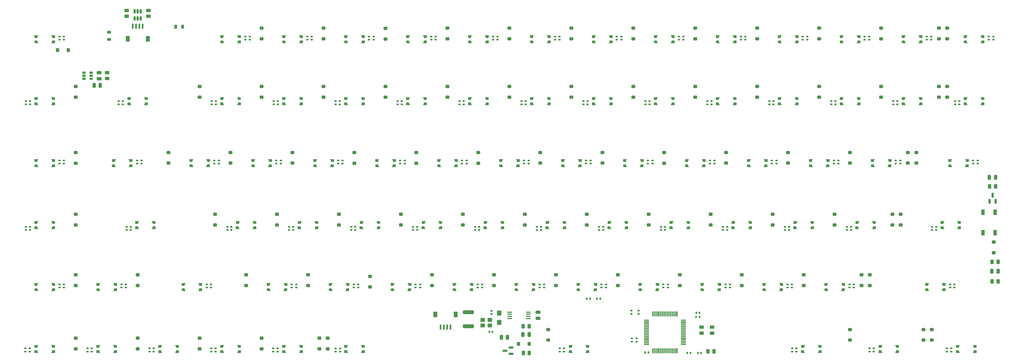
<source format=gbr>
G04 #@! TF.GenerationSoftware,KiCad,Pcbnew,(6.0.2-0)*
G04 #@! TF.CreationDate,2022-05-10T15:32:32+07:00*
G04 #@! TF.ProjectId,kb-lone,6b622d6c-6f6e-4652-9e6b-696361645f70,rev?*
G04 #@! TF.SameCoordinates,Original*
G04 #@! TF.FileFunction,Paste,Top*
G04 #@! TF.FilePolarity,Positive*
%FSLAX46Y46*%
G04 Gerber Fmt 4.6, Leading zero omitted, Abs format (unit mm)*
G04 Created by KiCad (PCBNEW (6.0.2-0)) date 2022-05-10 15:32:32*
%MOMM*%
%LPD*%
G01*
G04 APERTURE LIST*
G04 Aperture macros list*
%AMRoundRect*
0 Rectangle with rounded corners*
0 $1 Rounding radius*
0 $2 $3 $4 $5 $6 $7 $8 $9 X,Y pos of 4 corners*
0 Add a 4 corners polygon primitive as box body*
4,1,4,$2,$3,$4,$5,$6,$7,$8,$9,$2,$3,0*
0 Add four circle primitives for the rounded corners*
1,1,$1+$1,$2,$3*
1,1,$1+$1,$4,$5*
1,1,$1+$1,$6,$7*
1,1,$1+$1,$8,$9*
0 Add four rect primitives between the rounded corners*
20,1,$1+$1,$2,$3,$4,$5,0*
20,1,$1+$1,$4,$5,$6,$7,0*
20,1,$1+$1,$6,$7,$8,$9,0*
20,1,$1+$1,$8,$9,$2,$3,0*%
%AMOutline4P*
0 Free polygon, 4 corners , with rotation*
0 The origin of the aperture is its center*
0 number of corners: always 4*
0 $1 to $8 corner X, Y*
0 $9 Rotation angle, in degrees counterclockwise*
0 create outline with 4 corners*
4,1,4,$1,$2,$3,$4,$5,$6,$7,$8,$1,$2,$9*%
%AMFreePoly0*
4,1,34,0.539142,0.394142,0.545000,0.380000,0.545000,-0.380000,0.542091,-0.387023,0.539183,-0.394101,0.539154,-0.394113,0.539142,-0.394142,0.532183,-0.397025,0.525059,-0.400000,-0.345813,-0.402541,-0.359972,-0.396724,-0.365871,-0.382599,-0.363699,-0.377313,-0.368760,-0.369759,-0.367711,-0.364454,-0.414942,-0.174744,-0.481229,0.014483,-0.564791,0.196743,-0.661662,0.364831,-0.664142,0.365858,
-0.665002,0.367933,-0.666846,0.369219,-0.667839,0.374782,-0.670000,0.380000,-0.669140,0.382076,-0.669535,0.384289,-0.666303,0.388925,-0.664142,0.394142,-0.662067,0.395002,-0.660781,0.396846,-0.655218,0.397839,-0.650000,0.400000,0.525000,0.400000,0.539142,0.394142,0.539142,0.394142,$1*%
%AMFreePoly1*
4,1,32,0.525059,0.400000,0.532183,0.397025,0.539142,0.394142,0.539154,0.394113,0.539183,0.394101,0.542091,0.387023,0.545000,0.380000,0.545000,-0.380000,0.539142,-0.394142,0.525000,-0.400000,-0.650000,-0.400000,-0.664142,-0.394142,-0.670000,-0.380000,-0.664142,-0.365858,-0.650000,-0.360000,-0.639861,-0.360000,-0.627372,-0.335022,-0.633486,-0.326813,-0.631272,-0.311667,-0.627376,-0.308765,
-0.540607,-0.147827,-0.466341,0.024153,-0.407269,0.201926,-0.364878,0.379782,-0.365041,0.380580,-0.365871,0.382599,-0.365592,0.383267,-0.365853,0.384541,-0.363693,0.387815,-0.359972,0.396724,-0.345813,0.402541,0.525059,0.400000,0.525059,0.400000,$1*%
%AMFreePoly2*
4,1,41,0.319736,0.407785,0.429772,0.357533,0.521194,0.278316,0.586594,0.176551,0.620674,0.060484,0.620674,-0.060484,0.586594,-0.176551,0.521194,-0.278316,0.429772,-0.357533,0.319736,-0.407785,0.200000,-0.425000,-0.275000,-0.425000,-0.292678,-0.417678,-0.300000,-0.400000,-0.292678,-0.382322,-0.278880,-0.376607,-0.284170,-0.360736,-0.300823,-0.357521,-0.311542,-0.341671,-0.310592,-0.336750,
-0.357127,-0.150581,-0.420980,0.035288,-0.500554,0.214989,-0.592538,0.382243,-0.592678,0.382301,-0.593008,0.383097,-0.593027,0.383132,-0.597072,0.386095,-0.598748,0.396955,-0.600000,0.399978,-0.599427,0.401360,-0.599990,0.405006,-0.595222,0.411514,-0.592678,0.417657,-0.589869,0.418820,-0.588682,0.420441,-0.584339,0.421111,-0.575001,0.424979,0.199999,0.425000,0.200000,0.425000,
0.319736,0.407785,0.319736,0.407785,$1*%
%AMFreePoly3*
4,1,32,0.525059,0.400000,0.532183,0.397025,0.539142,0.394142,0.539154,0.394113,0.539183,0.394101,0.542091,0.387023,0.545000,0.380000,0.545000,-0.380000,0.539142,-0.394142,0.525000,-0.400000,-0.650000,-0.400000,-0.664142,-0.394142,-0.670000,-0.380000,-0.664142,-0.365858,-0.650000,-0.360000,-0.639861,-0.360000,-0.627370,-0.335018,-0.633484,-0.326810,-0.631270,-0.311664,-0.627374,-0.308762,
-0.540606,-0.147825,-0.466340,0.024155,-0.407269,0.201927,-0.364878,0.379782,-0.365041,0.380580,-0.365871,0.382599,-0.365592,0.383267,-0.365853,0.384541,-0.363693,0.387815,-0.359972,0.396724,-0.345813,0.402541,0.525059,0.400000,0.525059,0.400000,$1*%
%AMFreePoly4*
4,1,41,0.319736,0.407785,0.429772,0.357533,0.521194,0.278316,0.586594,0.176551,0.620674,0.060484,0.620674,-0.060484,0.586594,-0.176551,0.521194,-0.278316,0.429772,-0.357533,0.319736,-0.407785,0.200000,-0.425000,-0.275000,-0.425000,-0.292678,-0.417678,-0.300000,-0.400000,-0.292678,-0.382322,-0.278880,-0.376607,-0.284171,-0.360733,-0.300823,-0.357518,-0.311543,-0.341668,-0.310592,-0.336745,
-0.357128,-0.150579,-0.420980,0.035289,-0.500554,0.214990,-0.592538,0.382243,-0.592678,0.382301,-0.593008,0.383097,-0.593027,0.383132,-0.597072,0.386095,-0.598748,0.396955,-0.600000,0.399978,-0.599427,0.401360,-0.599990,0.405006,-0.595222,0.411514,-0.592678,0.417657,-0.589869,0.418820,-0.588682,0.420441,-0.584339,0.421111,-0.575001,0.424979,0.199999,0.425000,0.200000,0.425000,
0.319736,0.407785,0.319736,0.407785,$1*%
G04 Aperture macros list end*
%ADD10FreePoly0,180.000000*%
%ADD11FreePoly1,180.000000*%
%ADD12FreePoly2,0.000000*%
%ADD13FreePoly1,0.000000*%
%ADD14RoundRect,0.250000X0.350000X-0.250000X0.350000X0.250000X-0.350000X0.250000X-0.350000X-0.250000X0*%
%ADD15RoundRect,0.140000X-0.170000X0.140000X-0.170000X-0.140000X0.170000X-0.140000X0.170000X0.140000X0*%
%ADD16FreePoly0,0.000000*%
%ADD17FreePoly3,0.000000*%
%ADD18FreePoly4,180.000000*%
%ADD19FreePoly3,180.000000*%
%ADD20RoundRect,0.140000X0.140000X0.170000X-0.140000X0.170000X-0.140000X-0.170000X0.140000X-0.170000X0*%
%ADD21RoundRect,0.140000X0.170000X-0.140000X0.170000X0.140000X-0.170000X0.140000X-0.170000X-0.140000X0*%
%ADD22FreePoly4,0.000000*%
%ADD23RoundRect,0.200000X-0.537500X0.000000X0.537500X0.000000X0.537500X0.000000X-0.537500X0.000000X0*%
%ADD24R,1.475000X0.400000*%
%ADD25R,0.600000X1.550000*%
%ADD26R,1.200000X1.800000*%
%ADD27R,1.100000X1.800000*%
%ADD28RoundRect,0.150000X0.587500X0.150000X-0.587500X0.150000X-0.587500X-0.150000X0.587500X-0.150000X0*%
%ADD29RoundRect,0.250000X0.450000X-0.262500X0.450000X0.262500X-0.450000X0.262500X-0.450000X-0.262500X0*%
%ADD30RoundRect,0.150000X0.150000X-0.512500X0.150000X0.512500X-0.150000X0.512500X-0.150000X-0.512500X0*%
%ADD31RoundRect,0.250000X0.475000X-0.250000X0.475000X0.250000X-0.475000X0.250000X-0.475000X-0.250000X0*%
%ADD32RoundRect,0.250000X-0.250000X-0.475000X0.250000X-0.475000X0.250000X0.475000X-0.250000X0.475000X0*%
%ADD33RoundRect,0.250000X-0.425000X0.537500X-0.425000X-0.537500X0.425000X-0.537500X0.425000X0.537500X0*%
%ADD34RoundRect,0.250000X-0.262500X-0.450000X0.262500X-0.450000X0.262500X0.450000X-0.262500X0.450000X0*%
%ADD35RoundRect,0.250000X0.250000X0.350000X-0.250000X0.350000X-0.250000X-0.350000X0.250000X-0.350000X0*%
%ADD36RoundRect,0.218750X0.218750X0.381250X-0.218750X0.381250X-0.218750X-0.381250X0.218750X-0.381250X0*%
%ADD37RoundRect,0.150000X0.150000X-0.587500X0.150000X0.587500X-0.150000X0.587500X-0.150000X-0.587500X0*%
%ADD38RoundRect,0.135000X-0.135000X-0.185000X0.135000X-0.185000X0.135000X0.185000X-0.135000X0.185000X0*%
%ADD39RoundRect,0.250000X-0.450000X0.262500X-0.450000X-0.262500X0.450000X-0.262500X0.450000X0.262500X0*%
%ADD40RoundRect,0.140000X-0.140000X-0.170000X0.140000X-0.170000X0.140000X0.170000X-0.140000X0.170000X0*%
%ADD41RoundRect,0.250000X0.262500X0.450000X-0.262500X0.450000X-0.262500X-0.450000X0.262500X-0.450000X0*%
%ADD42RoundRect,0.250000X-1.450000X0.312500X-1.450000X-0.312500X1.450000X-0.312500X1.450000X0.312500X0*%
%ADD43RoundRect,0.325000X0.205000X0.000000X-0.205000X0.000000X-0.205000X0.000000X0.205000X0.000000X0*%
%ADD44R,1.060000X0.650000*%
%ADD45RoundRect,0.218750X-0.381250X0.218750X-0.381250X-0.218750X0.381250X-0.218750X0.381250X0.218750X0*%
%ADD46R,1.400000X1.200000*%
%ADD47RoundRect,0.250000X0.250000X0.475000X-0.250000X0.475000X-0.250000X-0.475000X0.250000X-0.475000X0*%
%ADD48RoundRect,0.150000X-0.625000X0.000000X0.625000X0.000000X0.625000X0.000000X-0.625000X0.000000X0*%
%ADD49Outline4P,-0.775000X-0.150000X0.775000X-0.150000X0.775000X0.150000X-0.775000X0.150000X0.000000*%
%ADD50Outline4P,-0.150000X-0.775000X0.150000X-0.775000X0.150000X0.775000X-0.150000X0.775000X0.000000*%
%ADD51RoundRect,0.135000X0.135000X0.185000X-0.135000X0.185000X-0.135000X-0.185000X0.135000X-0.185000X0*%
G04 APERTURE END LIST*
D10*
X292608000Y-127320000D03*
D11*
X292633400Y-125720000D03*
D12*
X297840400Y-125720000D03*
D13*
X297916600Y-127320000D03*
D14*
X300040000Y-87230000D03*
X300040000Y-83930000D03*
X161930000Y-145580000D03*
X161930000Y-142280000D03*
D15*
X196390000Y-144770000D03*
X196390000Y-145730000D03*
X296400000Y-68570000D03*
X296400000Y-69530000D03*
D14*
X195260000Y-107490000D03*
X195260000Y-104190000D03*
D16*
X338423250Y-144770000D03*
D17*
X338397850Y-146370000D03*
D18*
X333190850Y-146370000D03*
D19*
X333114650Y-144770000D03*
D14*
X71430000Y-164580000D03*
X71430000Y-161280000D03*
D16*
X140779500Y-68570000D03*
D17*
X140754100Y-70170000D03*
D18*
X135547100Y-70170000D03*
D19*
X135470900Y-68570000D03*
D14*
X176200000Y-107490000D03*
X176200000Y-104190000D03*
D20*
X199560000Y-159350000D03*
X198600000Y-159350000D03*
D21*
X293040000Y-165420000D03*
X293040000Y-164460000D03*
D10*
X318801750Y-165420000D03*
D19*
X318827150Y-163820000D03*
D22*
X324034150Y-163820000D03*
D17*
X324110350Y-165420000D03*
D15*
X209300000Y-106670000D03*
X209300000Y-107630000D03*
X324090000Y-88410000D03*
X324090000Y-89370000D03*
X156150000Y-127080000D03*
X156150000Y-128040000D03*
D14*
X252410000Y-107490000D03*
X252410000Y-104190000D03*
D15*
X214550000Y-127080000D03*
X214550000Y-128040000D03*
D14*
X148920000Y-164580000D03*
X148920000Y-161280000D03*
D15*
X208540000Y-88410000D03*
X208540000Y-89370000D03*
D14*
X166690000Y-69300000D03*
X166690000Y-66000000D03*
D10*
X135445500Y-89220000D03*
D19*
X135470900Y-87620000D03*
D22*
X140677900Y-87620000D03*
D17*
X140754100Y-89220000D03*
D23*
X204907500Y-153287500D03*
D24*
X204907500Y-153937500D03*
X204907500Y-154587500D03*
X204907500Y-155237500D03*
X210632500Y-155237500D03*
X210632500Y-154587500D03*
X210632500Y-153937500D03*
X210632500Y-153287500D03*
D15*
X157410000Y-127080000D03*
X157410000Y-128040000D03*
D21*
X242330000Y-153810000D03*
X242330000Y-152850000D03*
D15*
X209800000Y-88410000D03*
X209800000Y-89370000D03*
D14*
X147640000Y-87230000D03*
X147640000Y-83930000D03*
D15*
X175190000Y-127080000D03*
X175190000Y-128040000D03*
X57380000Y-127080000D03*
X57380000Y-128040000D03*
X138350000Y-127080000D03*
X138350000Y-128040000D03*
D14*
X123820000Y-145110000D03*
X123820000Y-141810000D03*
D16*
X283654500Y-106670000D03*
D17*
X283629100Y-108270000D03*
D18*
X278422100Y-108270000D03*
D19*
X278345900Y-106670000D03*
D16*
X231267000Y-144770000D03*
D17*
X231241600Y-146370000D03*
D18*
X226034600Y-146370000D03*
D19*
X225958400Y-144770000D03*
D15*
X252660000Y-127080000D03*
X252660000Y-128040000D03*
X272590000Y-144770000D03*
X272590000Y-145730000D03*
X304570000Y-106670000D03*
X304570000Y-107630000D03*
D14*
X280990000Y-69280000D03*
X280990000Y-65980000D03*
D25*
X89000000Y-65375000D03*
X90000000Y-65375000D03*
X91000000Y-65375000D03*
X92000000Y-65375000D03*
D26*
X93600000Y-69250000D03*
X87400000Y-69250000D03*
D14*
X223830000Y-69280000D03*
X223830000Y-65980000D03*
D15*
X324990000Y-106670000D03*
X324990000Y-107630000D03*
D16*
X245554500Y-106670000D03*
D17*
X245529100Y-108270000D03*
D18*
X240322100Y-108270000D03*
D19*
X240245900Y-106670000D03*
D14*
X109540000Y-87230000D03*
X109540000Y-83930000D03*
D10*
X116395500Y-89220000D03*
D19*
X116420900Y-87620000D03*
D22*
X121627900Y-87620000D03*
D17*
X121704100Y-89220000D03*
D14*
X128580000Y-164580000D03*
X128580000Y-161280000D03*
D16*
X169354500Y-106670000D03*
D17*
X169329100Y-108270000D03*
D18*
X164122100Y-108270000D03*
D19*
X164045900Y-106670000D03*
D15*
X182100000Y-68570000D03*
X182100000Y-69530000D03*
X111710000Y-144770000D03*
X111710000Y-145730000D03*
X247390000Y-106670000D03*
X247390000Y-107630000D03*
X190200000Y-106670000D03*
X190200000Y-107630000D03*
D14*
X133350000Y-126480000D03*
X133350000Y-123180000D03*
X128580000Y-87230000D03*
X128580000Y-83930000D03*
X71430000Y-145110000D03*
X71430000Y-141810000D03*
D16*
X212217000Y-144770000D03*
D17*
X212191600Y-146370000D03*
D18*
X206984600Y-146370000D03*
D19*
X206908400Y-144770000D03*
D10*
X294989250Y-165420000D03*
D19*
X295014650Y-163820000D03*
D22*
X300221650Y-163820000D03*
D17*
X300297850Y-165420000D03*
D15*
X229730000Y-106670000D03*
X229730000Y-107630000D03*
D14*
X339420000Y-69280000D03*
X339420000Y-65980000D03*
D15*
X239260000Y-68570000D03*
X239260000Y-69530000D03*
X142610000Y-68570000D03*
X142610000Y-69530000D03*
X170430000Y-88410000D03*
X170430000Y-89370000D03*
D14*
X336860000Y-87230000D03*
X336860000Y-83930000D03*
X190500000Y-126480000D03*
X190500000Y-123180000D03*
X247650000Y-126480000D03*
X247650000Y-123180000D03*
D15*
X177350000Y-144770000D03*
X177350000Y-145730000D03*
D10*
X197358000Y-127320000D03*
D19*
X197383400Y-125720000D03*
D22*
X202590400Y-125720000D03*
D17*
X202666600Y-127320000D03*
D15*
X265680000Y-88410000D03*
X265680000Y-89370000D03*
D21*
X243890000Y-162350000D03*
X243890000Y-161390000D03*
X220280000Y-165420000D03*
X220280000Y-164460000D03*
D16*
X293179500Y-68570000D03*
D17*
X293154100Y-70170000D03*
D18*
X287947100Y-70170000D03*
D19*
X287870900Y-68570000D03*
D15*
X66460000Y-68570000D03*
X66460000Y-69530000D03*
D14*
X332100000Y-161920000D03*
X332100000Y-158620000D03*
D15*
X303780000Y-88410000D03*
X303780000Y-89370000D03*
D14*
X152400000Y-126480000D03*
X152400000Y-123180000D03*
D10*
X344995500Y-89220000D03*
D19*
X345020900Y-87620000D03*
D22*
X350227900Y-87620000D03*
D17*
X350304100Y-89220000D03*
D15*
X353590000Y-68570000D03*
X353590000Y-69530000D03*
D16*
X88392000Y-106670000D03*
D17*
X88366600Y-108270000D03*
D18*
X83159600Y-108270000D03*
D19*
X83083400Y-106670000D03*
D16*
X159829500Y-68570000D03*
D17*
X159804100Y-70170000D03*
D18*
X154597100Y-70170000D03*
D19*
X154520900Y-68570000D03*
D15*
X341890000Y-88410000D03*
X341890000Y-89370000D03*
X163060000Y-68570000D03*
X163060000Y-69530000D03*
D27*
X350420000Y-128820000D03*
X350420000Y-122620000D03*
X354120000Y-122620000D03*
X354120000Y-128820000D03*
D14*
X319090000Y-69280000D03*
X319090000Y-65980000D03*
D28*
X205277500Y-166100000D03*
X205277500Y-164200000D03*
X203402500Y-165150000D03*
D15*
X56140000Y-88410000D03*
X56140000Y-89370000D03*
D14*
X142880000Y-145110000D03*
X142880000Y-141810000D03*
D10*
X235458000Y-127320000D03*
D19*
X235483400Y-125720000D03*
D22*
X240690400Y-125720000D03*
D17*
X240766600Y-127320000D03*
D15*
X133090000Y-106670000D03*
X133090000Y-107630000D03*
X275950000Y-68570000D03*
X275950000Y-69530000D03*
X195510000Y-127080000D03*
X195510000Y-128040000D03*
D14*
X90480000Y-145110000D03*
X90480000Y-141810000D03*
D10*
X116395500Y-165420000D03*
D19*
X116420900Y-163820000D03*
D22*
X121627900Y-163820000D03*
D17*
X121704100Y-165420000D03*
D15*
X67820000Y-106670000D03*
X67820000Y-107630000D03*
D29*
X93810000Y-62352500D03*
X93810000Y-60527500D03*
D15*
X305920000Y-106670000D03*
X305920000Y-107630000D03*
X232360000Y-127080000D03*
X232360000Y-128040000D03*
D21*
X55960000Y-165420000D03*
X55960000Y-164460000D03*
D14*
X280980000Y-87230000D03*
X280980000Y-83930000D03*
D15*
X210670000Y-106670000D03*
X210670000Y-107630000D03*
D30*
X89540000Y-63027500D03*
X90490000Y-63027500D03*
X91440000Y-63027500D03*
X91440000Y-60752500D03*
X90490000Y-60752500D03*
X89540000Y-60752500D03*
D15*
X156940000Y-144770000D03*
X156940000Y-145730000D03*
D14*
X295270000Y-145110000D03*
X295270000Y-141810000D03*
X209550000Y-126470000D03*
X209550000Y-123170000D03*
D15*
X67810000Y-68570000D03*
X67810000Y-69530000D03*
X175950000Y-144770000D03*
X175950000Y-145730000D03*
X114530000Y-88410000D03*
X114530000Y-89370000D03*
D16*
X274129500Y-68570000D03*
D17*
X274104100Y-70170000D03*
D18*
X268897100Y-70170000D03*
D19*
X268820900Y-68570000D03*
D15*
X195030000Y-144770000D03*
X195030000Y-145730000D03*
X199300000Y-152940000D03*
X199300000Y-153900000D03*
D10*
X90201750Y-127320000D03*
D19*
X90227150Y-125720000D03*
D22*
X95434150Y-125720000D03*
D17*
X95510350Y-127320000D03*
D25*
X186640000Y-157865000D03*
X185640000Y-157865000D03*
X184640000Y-157865000D03*
X183640000Y-157865000D03*
D26*
X188240000Y-153990000D03*
X182040000Y-153990000D03*
D15*
X214090000Y-144770000D03*
X214090000Y-145730000D03*
D10*
X178308000Y-127320000D03*
D19*
X178333400Y-125720000D03*
D22*
X183540400Y-125720000D03*
D17*
X183616600Y-127320000D03*
D16*
X83629500Y-144770000D03*
D17*
X83604100Y-146370000D03*
D18*
X78397100Y-146370000D03*
D19*
X78320900Y-144770000D03*
D15*
X190750000Y-88410000D03*
X190750000Y-89370000D03*
X347390000Y-106670000D03*
X347390000Y-107630000D03*
D21*
X75040000Y-165420000D03*
X75040000Y-164460000D03*
D15*
X213290000Y-127080000D03*
X213290000Y-128040000D03*
D14*
X157160000Y-107490000D03*
X157160000Y-104190000D03*
D10*
X325945500Y-89220000D03*
D19*
X325970900Y-87620000D03*
D22*
X331177900Y-87620000D03*
D17*
X331254100Y-89220000D03*
D15*
X144010000Y-68570000D03*
X144010000Y-69530000D03*
X88350000Y-127080000D03*
X88350000Y-128040000D03*
X91630000Y-106670000D03*
X91630000Y-107630000D03*
D14*
X204790000Y-87230000D03*
X204790000Y-83930000D03*
X334650000Y-161920000D03*
X334650000Y-158620000D03*
D15*
X180700000Y-68570000D03*
X180700000Y-69530000D03*
D14*
X238120000Y-145110000D03*
X238120000Y-141810000D03*
X214310000Y-107480000D03*
X214310000Y-104180000D03*
D21*
X244470000Y-153810000D03*
X244470000Y-152850000D03*
D15*
X90280000Y-106670000D03*
X90280000Y-107630000D03*
D31*
X78660000Y-81527500D03*
X78660000Y-79627500D03*
D15*
X176450000Y-127080000D03*
X176450000Y-128040000D03*
D14*
X119060000Y-107480000D03*
X119060000Y-104180000D03*
D15*
X67810000Y-144770000D03*
X67810000Y-145730000D03*
X290260000Y-144770000D03*
X290260000Y-145730000D03*
X290780000Y-127080000D03*
X290780000Y-128040000D03*
D32*
X208970000Y-160220000D03*
X210870000Y-160220000D03*
D33*
X201690000Y-153570000D03*
X201690000Y-156445000D03*
D16*
X64579500Y-144770000D03*
D17*
X64554100Y-146370000D03*
D18*
X59347100Y-146370000D03*
D19*
X59270900Y-144770000D03*
D10*
X78295500Y-165420000D03*
D19*
X78320900Y-163820000D03*
D22*
X83527900Y-163820000D03*
D17*
X83604100Y-165420000D03*
D15*
X86850000Y-144770000D03*
X86850000Y-145730000D03*
D14*
X185740000Y-87230000D03*
X185740000Y-83930000D03*
X204780000Y-69280000D03*
X204780000Y-65980000D03*
D15*
X215450000Y-144770000D03*
X215450000Y-145730000D03*
D16*
X174117000Y-144770000D03*
D17*
X174091600Y-146370000D03*
D18*
X168884600Y-146370000D03*
D19*
X168808400Y-144770000D03*
D21*
X57290000Y-165420000D03*
X57290000Y-164460000D03*
D15*
X113990000Y-106670000D03*
X113990000Y-107630000D03*
D14*
X329890000Y-107480000D03*
X329890000Y-104180000D03*
X276230000Y-145110000D03*
X276230000Y-141810000D03*
D34*
X209027500Y-157630000D03*
X210852500Y-157630000D03*
X352447500Y-114600000D03*
X354272500Y-114600000D03*
D15*
X56130000Y-127080000D03*
X56130000Y-128040000D03*
D21*
X152680000Y-165440000D03*
X152680000Y-164480000D03*
D16*
X197929500Y-68570000D03*
D17*
X197904100Y-70170000D03*
D18*
X192697100Y-70170000D03*
D19*
X192620900Y-68570000D03*
D15*
X139250000Y-144770000D03*
X139250000Y-145730000D03*
D21*
X316830000Y-165420000D03*
X316830000Y-164460000D03*
D14*
X322570000Y-126470000D03*
X322570000Y-123170000D03*
D16*
X131254500Y-106670000D03*
D17*
X131229100Y-108270000D03*
D18*
X126022100Y-108270000D03*
D19*
X125945900Y-106670000D03*
D14*
X100010000Y-107480000D03*
X100010000Y-104180000D03*
D10*
X59245500Y-89220000D03*
D19*
X59270900Y-87620000D03*
D22*
X64477900Y-87620000D03*
D17*
X64554100Y-89220000D03*
D10*
X121158000Y-127320000D03*
D19*
X121183400Y-125720000D03*
D22*
X126390400Y-125720000D03*
D17*
X126466600Y-127320000D03*
D16*
X188404500Y-106670000D03*
D17*
X188379100Y-108270000D03*
D18*
X183172100Y-108270000D03*
D19*
X183095900Y-106670000D03*
D35*
X69110000Y-72700000D03*
X65810000Y-72700000D03*
D15*
X85470000Y-144770000D03*
X85470000Y-145730000D03*
X333130000Y-68570000D03*
X333130000Y-69530000D03*
X132330000Y-88410000D03*
X132330000Y-89370000D03*
X341640000Y-144770000D03*
X341640000Y-145730000D03*
D14*
X180980000Y-145110000D03*
X180980000Y-141810000D03*
D21*
X76350000Y-165420000D03*
X76350000Y-164460000D03*
D10*
X135445500Y-165420000D03*
D19*
X135470900Y-163820000D03*
D22*
X140677900Y-163820000D03*
D17*
X140754100Y-165420000D03*
D10*
X192595500Y-89220000D03*
D19*
X192620900Y-87620000D03*
D22*
X197827900Y-87620000D03*
D17*
X197904100Y-89220000D03*
D15*
X323580000Y-106670000D03*
X323580000Y-107630000D03*
D14*
X290510000Y-107480000D03*
X290510000Y-104180000D03*
D15*
X285980000Y-88410000D03*
X285980000Y-89370000D03*
D20*
X247510000Y-165670000D03*
X246550000Y-165670000D03*
D14*
X319090000Y-87230000D03*
X319090000Y-83930000D03*
D16*
X331279500Y-68570000D03*
D17*
X331254100Y-70170000D03*
D18*
X326047100Y-70170000D03*
D19*
X325970900Y-68570000D03*
D15*
X305030000Y-88410000D03*
X305030000Y-89370000D03*
D10*
X59245500Y-127320000D03*
D19*
X59270900Y-125720000D03*
D22*
X64477900Y-125720000D03*
D17*
X64554100Y-127320000D03*
D15*
X199750000Y-68570000D03*
X199750000Y-69530000D03*
X66440000Y-144770000D03*
X66440000Y-145730000D03*
D14*
X271410000Y-107480000D03*
X271410000Y-104180000D03*
X71440000Y-107490000D03*
X71440000Y-104190000D03*
D16*
X269367000Y-144770000D03*
D17*
X269341600Y-146370000D03*
D18*
X264134600Y-146370000D03*
D19*
X264058400Y-144770000D03*
D31*
X213550000Y-155190000D03*
X213550000Y-153290000D03*
D36*
X104272500Y-65490000D03*
X102147500Y-65490000D03*
D21*
X132160000Y-165420000D03*
X132160000Y-164460000D03*
D34*
X353207500Y-143830000D03*
X355032500Y-143830000D03*
D15*
X291640000Y-144770000D03*
X291640000Y-145730000D03*
D16*
X345567000Y-106670000D03*
D17*
X345541600Y-108270000D03*
D18*
X340334600Y-108270000D03*
D19*
X340258400Y-106670000D03*
D21*
X340660000Y-165420000D03*
X340660000Y-164460000D03*
D15*
X286880000Y-106670000D03*
X286880000Y-107630000D03*
X113040000Y-144770000D03*
X113040000Y-145730000D03*
D14*
X128590000Y-69280000D03*
X128590000Y-65980000D03*
X228600000Y-126480000D03*
X228600000Y-123180000D03*
D32*
X353140000Y-140710000D03*
X355040000Y-140710000D03*
D15*
X266950000Y-88410000D03*
X266950000Y-89370000D03*
X252140000Y-144770000D03*
X252140000Y-145730000D03*
D14*
X315600000Y-145110000D03*
X315600000Y-141810000D03*
D16*
X150304500Y-106670000D03*
D17*
X150279100Y-108270000D03*
D18*
X145072100Y-108270000D03*
D19*
X144995900Y-106670000D03*
D15*
X228830000Y-88410000D03*
X228830000Y-89370000D03*
D14*
X114300000Y-126470000D03*
X114300000Y-123170000D03*
D37*
X352420000Y-119237500D03*
X354320000Y-119237500D03*
X353370000Y-117362500D03*
D10*
X342614250Y-165420000D03*
D19*
X342639650Y-163820000D03*
D22*
X347846650Y-163820000D03*
D17*
X347922850Y-165420000D03*
D16*
X109823250Y-144770000D03*
D17*
X109797850Y-146370000D03*
D18*
X104590850Y-146370000D03*
D19*
X104514650Y-144770000D03*
D15*
X66430000Y-106670000D03*
X66430000Y-107630000D03*
X246640000Y-88410000D03*
X246640000Y-89370000D03*
D10*
X159258000Y-127320000D03*
D19*
X159283400Y-125720000D03*
D22*
X164490400Y-125720000D03*
D17*
X164566600Y-127320000D03*
D10*
X140208000Y-127320000D03*
D19*
X140233400Y-125720000D03*
D22*
X145440400Y-125720000D03*
D17*
X145516600Y-127320000D03*
D10*
X87820500Y-89220000D03*
D19*
X87845900Y-87620000D03*
D22*
X93052900Y-87620000D03*
D17*
X93129100Y-89220000D03*
D32*
X202330000Y-161060000D03*
X204230000Y-161060000D03*
D16*
X264604500Y-106670000D03*
D17*
X264579100Y-108270000D03*
D18*
X259372100Y-108270000D03*
D19*
X259295900Y-106670000D03*
D15*
X309310000Y-144770000D03*
X309310000Y-145730000D03*
D10*
X154495500Y-165440000D03*
D19*
X154520900Y-163840000D03*
D22*
X159727900Y-163840000D03*
D17*
X159804100Y-165440000D03*
D16*
X307467000Y-144770000D03*
D17*
X307441600Y-146370000D03*
D18*
X302234600Y-146370000D03*
D19*
X302158400Y-144770000D03*
D14*
X242890000Y-69290000D03*
X242890000Y-65990000D03*
D15*
X118050000Y-127080000D03*
X118050000Y-128040000D03*
X352160000Y-68570000D03*
X352160000Y-69530000D03*
X336010000Y-127080000D03*
X336010000Y-128040000D03*
D16*
X178879500Y-68570000D03*
D17*
X178854100Y-70170000D03*
D18*
X173647100Y-70170000D03*
D19*
X173570900Y-68570000D03*
D14*
X71440000Y-126480000D03*
X71440000Y-123180000D03*
X261930000Y-87230000D03*
X261930000Y-83930000D03*
D38*
X262230000Y-154750000D03*
X263250000Y-154750000D03*
D14*
X200020000Y-145110000D03*
X200020000Y-141810000D03*
X71430000Y-87230000D03*
X71430000Y-83930000D03*
D15*
X340300000Y-144770000D03*
X340300000Y-145730000D03*
X171200000Y-106670000D03*
X171200000Y-107630000D03*
D14*
X309520000Y-107480000D03*
X309520000Y-104180000D03*
X309560000Y-161920000D03*
X309560000Y-158620000D03*
D15*
X153510000Y-106670000D03*
X153510000Y-107630000D03*
D39*
X267120000Y-157927500D03*
X267120000Y-159752500D03*
D15*
X119300000Y-127080000D03*
X119300000Y-128040000D03*
D16*
X255079500Y-68570000D03*
D17*
X255054100Y-70170000D03*
D18*
X249847100Y-70170000D03*
D19*
X249770900Y-68570000D03*
D35*
X210890000Y-163050000D03*
X207590000Y-163050000D03*
D10*
X216408000Y-127320000D03*
D19*
X216433400Y-125720000D03*
D22*
X221640400Y-125720000D03*
D17*
X221716600Y-127320000D03*
D15*
X267830000Y-106670000D03*
X267830000Y-107630000D03*
D21*
X151340000Y-165440000D03*
X151340000Y-164480000D03*
D15*
X152150000Y-106670000D03*
X152150000Y-107630000D03*
D10*
X59245500Y-165420000D03*
D19*
X59270900Y-163820000D03*
D22*
X64477900Y-163820000D03*
D17*
X64554100Y-165420000D03*
D21*
X113130000Y-165420000D03*
X113130000Y-164460000D03*
D16*
X312229500Y-68570000D03*
D17*
X312204100Y-70170000D03*
D18*
X306997100Y-70170000D03*
D19*
X306920900Y-68570000D03*
D14*
X216710000Y-161920000D03*
X216710000Y-158620000D03*
D15*
X289520000Y-127080000D03*
X289520000Y-128040000D03*
D14*
X304800000Y-126480000D03*
X304800000Y-123180000D03*
D16*
X193167000Y-144770000D03*
D17*
X193141600Y-146370000D03*
D18*
X187934600Y-146370000D03*
D19*
X187858400Y-144770000D03*
D15*
X228360000Y-106670000D03*
X228360000Y-107630000D03*
D20*
X263740000Y-165890000D03*
X262780000Y-165890000D03*
D34*
X265867500Y-165380000D03*
X267692500Y-165380000D03*
D16*
X121729500Y-68570000D03*
D17*
X121704100Y-70170000D03*
D18*
X116497100Y-70170000D03*
D19*
X116420900Y-68570000D03*
D40*
X262250000Y-153520000D03*
X263210000Y-153520000D03*
D14*
X109530000Y-164580000D03*
X109530000Y-161280000D03*
X353730000Y-135020000D03*
X353730000Y-131720000D03*
X285750000Y-126480000D03*
X285750000Y-123180000D03*
D34*
X353207500Y-137830000D03*
X355032500Y-137830000D03*
D16*
X64579500Y-106670000D03*
D17*
X64554100Y-108270000D03*
D18*
X59347100Y-108270000D03*
D19*
X59270900Y-106670000D03*
D15*
X134490000Y-106670000D03*
X134490000Y-107630000D03*
X247890000Y-88410000D03*
X247890000Y-89370000D03*
D14*
X266700000Y-126490000D03*
X266700000Y-123190000D03*
D10*
X287845500Y-89220000D03*
D19*
X287870900Y-87620000D03*
D22*
X293077900Y-87620000D03*
D17*
X293154100Y-89220000D03*
D16*
X64579500Y-68570000D03*
D17*
X64554100Y-70170000D03*
D18*
X59347100Y-70170000D03*
D19*
X59270900Y-68570000D03*
D14*
X313050000Y-145110000D03*
X313050000Y-141810000D03*
D16*
X216979500Y-68570000D03*
D17*
X216954100Y-70170000D03*
D18*
X211747100Y-70170000D03*
D19*
X211670900Y-68570000D03*
D14*
X325130000Y-126470000D03*
X325130000Y-123170000D03*
D15*
X161630000Y-68570000D03*
X161630000Y-69530000D03*
X271250000Y-144770000D03*
X271250000Y-145730000D03*
D41*
X210892500Y-165880000D03*
X209067500Y-165880000D03*
D15*
X124930000Y-68570000D03*
X124930000Y-69530000D03*
X152620000Y-88410000D03*
X152620000Y-89370000D03*
D16*
X250317000Y-144770000D03*
D17*
X250291600Y-146370000D03*
D18*
X245084600Y-146370000D03*
D19*
X245008400Y-144770000D03*
D16*
X112204500Y-106670000D03*
D17*
X112179100Y-108270000D03*
D18*
X106972100Y-108270000D03*
D19*
X106895900Y-106670000D03*
D14*
X223840000Y-87230000D03*
X223840000Y-83930000D03*
D15*
X113280000Y-88410000D03*
X113280000Y-89370000D03*
X84670000Y-88410000D03*
X84670000Y-89370000D03*
X310700000Y-144770000D03*
X310700000Y-145730000D03*
X158300000Y-144770000D03*
X158300000Y-145730000D03*
X294970000Y-68570000D03*
X294970000Y-69530000D03*
D14*
X327340000Y-107480000D03*
X327340000Y-104180000D03*
X219080000Y-145110000D03*
X219080000Y-141810000D03*
D15*
X309820000Y-127080000D03*
X309820000Y-128040000D03*
X308560000Y-127080000D03*
X308560000Y-128040000D03*
X201140000Y-68570000D03*
X201140000Y-69530000D03*
D10*
X154495500Y-89220000D03*
D19*
X154520900Y-87620000D03*
D22*
X159727900Y-87620000D03*
D17*
X159804100Y-89220000D03*
D15*
X277350000Y-68570000D03*
X277350000Y-69530000D03*
D42*
X192200000Y-153332500D03*
X192200000Y-157607500D03*
D21*
X242460000Y-162350000D03*
X242460000Y-161390000D03*
D15*
X334750000Y-127080000D03*
X334750000Y-128040000D03*
X137090000Y-127080000D03*
X137090000Y-128040000D03*
D14*
X257180000Y-145110000D03*
X257180000Y-141810000D03*
D16*
X350329500Y-68570000D03*
D17*
X350304100Y-70170000D03*
D18*
X345097100Y-70170000D03*
D19*
X345020900Y-68570000D03*
D10*
X311658000Y-127320000D03*
D19*
X311683400Y-125720000D03*
D22*
X316890400Y-125720000D03*
D17*
X316966600Y-127320000D03*
D14*
X146360000Y-164580000D03*
X146360000Y-161280000D03*
D16*
X302704500Y-106670000D03*
D17*
X302679100Y-108270000D03*
D18*
X297472100Y-108270000D03*
D19*
X297395900Y-106670000D03*
D15*
X270460000Y-127080000D03*
X270460000Y-128040000D03*
D39*
X81050000Y-79627500D03*
X81050000Y-81452500D03*
D29*
X87140000Y-62322500D03*
X87140000Y-60497500D03*
D14*
X339410000Y-87230000D03*
X339410000Y-83930000D03*
D32*
X77110000Y-83570000D03*
X79010000Y-83570000D03*
D16*
X288417000Y-144770000D03*
D17*
X288391600Y-146370000D03*
D18*
X283184600Y-146370000D03*
D19*
X283108400Y-144770000D03*
D15*
X314010000Y-68570000D03*
X314010000Y-69530000D03*
X258300000Y-68570000D03*
X258300000Y-69530000D03*
D21*
X315530000Y-165420000D03*
X315530000Y-164460000D03*
D14*
X185740000Y-69280000D03*
X185740000Y-65980000D03*
D16*
X136017000Y-144770000D03*
D17*
X135991600Y-146370000D03*
D18*
X130784600Y-146370000D03*
D19*
X130708400Y-144770000D03*
D14*
X90480000Y-164580000D03*
X90480000Y-161280000D03*
X166690000Y-87230000D03*
X166690000Y-83930000D03*
D15*
X171690000Y-88410000D03*
X171690000Y-89370000D03*
D14*
X336860000Y-69280000D03*
X336860000Y-65980000D03*
X171450000Y-126470000D03*
X171450000Y-123170000D03*
D15*
X334510000Y-68570000D03*
X334510000Y-69530000D03*
D10*
X268795500Y-89220000D03*
D19*
X268820900Y-87620000D03*
D22*
X274027900Y-87620000D03*
D17*
X274104100Y-89220000D03*
D21*
X133480000Y-165420000D03*
X133480000Y-164460000D03*
D15*
X343150000Y-88410000D03*
X343150000Y-89370000D03*
D43*
X76160000Y-81527500D03*
D44*
X76160000Y-80577500D03*
X76160000Y-79627500D03*
X73960000Y-79627500D03*
X73960000Y-80577500D03*
X73960000Y-81527500D03*
D15*
X194250000Y-127080000D03*
X194250000Y-128040000D03*
D14*
X300040000Y-69280000D03*
X300040000Y-65980000D03*
D15*
X284730000Y-88410000D03*
X284730000Y-89370000D03*
D20*
X260460000Y-165900000D03*
X259500000Y-165900000D03*
D15*
X233100000Y-144770000D03*
X233100000Y-145730000D03*
X271720000Y-127080000D03*
X271720000Y-128040000D03*
X137830000Y-144770000D03*
X137830000Y-145730000D03*
D39*
X263880000Y-157927500D03*
X263880000Y-159752500D03*
D15*
X220200000Y-68570000D03*
X220200000Y-69530000D03*
X172580000Y-106670000D03*
X172580000Y-107630000D03*
X348810000Y-106670000D03*
X348810000Y-107630000D03*
X85930000Y-88410000D03*
X85930000Y-89370000D03*
D21*
X339340000Y-165420000D03*
X339340000Y-164460000D03*
D16*
X155067000Y-144770000D03*
D17*
X155041600Y-146370000D03*
D18*
X149834600Y-146370000D03*
D19*
X149758400Y-144770000D03*
D21*
X114450000Y-165420000D03*
X114450000Y-164460000D03*
D10*
X211645500Y-89220000D03*
D19*
X211670900Y-87620000D03*
D22*
X216877900Y-87620000D03*
D17*
X216954100Y-89220000D03*
D14*
X147630000Y-69290000D03*
X147630000Y-65990000D03*
D15*
X151370000Y-88410000D03*
X151370000Y-89370000D03*
X322830000Y-88410000D03*
X322830000Y-89370000D03*
D45*
X81650000Y-67257500D03*
X81650000Y-69382500D03*
D15*
X123590000Y-68570000D03*
X123590000Y-69530000D03*
D10*
X173545500Y-89220000D03*
D19*
X173570900Y-87620000D03*
D22*
X178777900Y-87620000D03*
D17*
X178854100Y-89220000D03*
D15*
X233620000Y-127080000D03*
X233620000Y-128040000D03*
X87090000Y-127080000D03*
X87090000Y-128040000D03*
D14*
X242890000Y-87230000D03*
X242890000Y-83930000D03*
D15*
X251400000Y-127080000D03*
X251400000Y-128040000D03*
X285500000Y-106670000D03*
X285500000Y-107630000D03*
D10*
X249745500Y-89220000D03*
D19*
X249770900Y-87620000D03*
D22*
X254977900Y-87620000D03*
D17*
X255054100Y-89220000D03*
D15*
X57400000Y-88410000D03*
X57400000Y-89370000D03*
X191630000Y-106670000D03*
X191630000Y-107630000D03*
X253550000Y-144770000D03*
X253550000Y-145730000D03*
X189490000Y-88410000D03*
X189490000Y-89370000D03*
D10*
X230695500Y-89220000D03*
D19*
X230720900Y-87620000D03*
D22*
X235927900Y-87620000D03*
D17*
X236004100Y-89220000D03*
D21*
X221590000Y-165420000D03*
X221590000Y-164460000D03*
X95410000Y-165420000D03*
X95410000Y-164460000D03*
D15*
X227580000Y-88410000D03*
X227580000Y-89370000D03*
X115430000Y-106670000D03*
X115430000Y-107630000D03*
D14*
X233370000Y-107480000D03*
X233370000Y-104180000D03*
D21*
X291730000Y-165420000D03*
X291730000Y-164460000D03*
D10*
X273558000Y-127320000D03*
D19*
X273583400Y-125720000D03*
D22*
X278790400Y-125720000D03*
D17*
X278866600Y-127320000D03*
D15*
X315440000Y-68570000D03*
X315440000Y-69530000D03*
X133590000Y-88410000D03*
X133590000Y-89370000D03*
X248770000Y-106670000D03*
X248770000Y-107630000D03*
D16*
X321754500Y-106670000D03*
D17*
X321729100Y-108270000D03*
D18*
X316522100Y-108270000D03*
D19*
X316445900Y-106670000D03*
D15*
X237840000Y-68570000D03*
X237840000Y-69530000D03*
D46*
X196610000Y-157360000D03*
X198810000Y-157360000D03*
X198810000Y-155660000D03*
X196610000Y-155660000D03*
D10*
X337851750Y-127320000D03*
D19*
X337877150Y-125720000D03*
D22*
X343084150Y-125720000D03*
D17*
X343160350Y-127320000D03*
D38*
X228550000Y-149200000D03*
X229570000Y-149200000D03*
D10*
X97345500Y-165420000D03*
D19*
X97370900Y-163820000D03*
D22*
X102577900Y-163820000D03*
D17*
X102654100Y-165420000D03*
D16*
X207454500Y-106670000D03*
D17*
X207429100Y-108270000D03*
D18*
X202222100Y-108270000D03*
D19*
X202145900Y-106670000D03*
D16*
X226504500Y-106670000D03*
D17*
X226479100Y-108270000D03*
D18*
X221272100Y-108270000D03*
D19*
X221195900Y-106670000D03*
D15*
X256900000Y-68570000D03*
X256900000Y-69530000D03*
D47*
X354280000Y-111830000D03*
X352380000Y-111830000D03*
D10*
X306895500Y-89220000D03*
D19*
X306920900Y-87620000D03*
D22*
X312127900Y-87620000D03*
D17*
X312204100Y-89220000D03*
D48*
X246957500Y-155752500D03*
D49*
X246957500Y-156252500D03*
X246957500Y-156752500D03*
X246957500Y-157252500D03*
X246957500Y-157752500D03*
X246957500Y-158252500D03*
X246957500Y-158752500D03*
X246957500Y-159252500D03*
X246957500Y-159752500D03*
X246957500Y-160252500D03*
X246957500Y-160752500D03*
X246957500Y-161252500D03*
X246957500Y-161752500D03*
X246957500Y-162252500D03*
X246957500Y-162752500D03*
X246957500Y-163252500D03*
D50*
X248882500Y-165177500D03*
X249382500Y-165177500D03*
X249882500Y-165177500D03*
X250382500Y-165177500D03*
X250882500Y-165177500D03*
X251382500Y-165177500D03*
X251882500Y-165177500D03*
X252382500Y-165177500D03*
X252882500Y-165177500D03*
X253382500Y-165177500D03*
X253882500Y-165177500D03*
X254382500Y-165177500D03*
X254882500Y-165177500D03*
X255382500Y-165177500D03*
X255882500Y-165177500D03*
X256382500Y-165177500D03*
D49*
X258307500Y-163252500D03*
X258307500Y-162752500D03*
X258307500Y-162252500D03*
X258307500Y-161752500D03*
X258307500Y-161252500D03*
X258307500Y-160752500D03*
X258307500Y-160252500D03*
X258307500Y-159752500D03*
X258307500Y-159252500D03*
X258307500Y-158752500D03*
X258307500Y-158252500D03*
X258307500Y-157752500D03*
X258307500Y-157252500D03*
X258307500Y-156752500D03*
X258307500Y-156252500D03*
X258307500Y-155752500D03*
D50*
X256382500Y-153827500D03*
X255882500Y-153827500D03*
X255382500Y-153827500D03*
X254882500Y-153827500D03*
X254382500Y-153827500D03*
X253882500Y-153827500D03*
X253382500Y-153827500D03*
X252882500Y-153827500D03*
X252382500Y-153827500D03*
X251882500Y-153827500D03*
X251382500Y-153827500D03*
X250882500Y-153827500D03*
X250382500Y-153827500D03*
X249882500Y-153827500D03*
X249382500Y-153827500D03*
X248882500Y-153827500D03*
D16*
X236029500Y-68570000D03*
D17*
X236004100Y-70170000D03*
D18*
X230797100Y-70170000D03*
D19*
X230720900Y-68570000D03*
D15*
X234470000Y-144770000D03*
X234470000Y-145730000D03*
D14*
X138110000Y-107480000D03*
X138110000Y-104180000D03*
X261940000Y-69280000D03*
X261940000Y-65980000D03*
D15*
X218800000Y-68570000D03*
X218800000Y-69530000D03*
X266470000Y-106670000D03*
X266470000Y-107630000D03*
D10*
X223551750Y-165420000D03*
D19*
X223577150Y-163820000D03*
D22*
X228784150Y-163820000D03*
D17*
X228860350Y-165420000D03*
D21*
X94090000Y-165420000D03*
X94090000Y-164460000D03*
D10*
X254508000Y-127320000D03*
D19*
X254533400Y-125720000D03*
D22*
X259740400Y-125720000D03*
D17*
X259816600Y-127320000D03*
D51*
X232700000Y-149200000D03*
X231680000Y-149200000D03*
M02*

</source>
